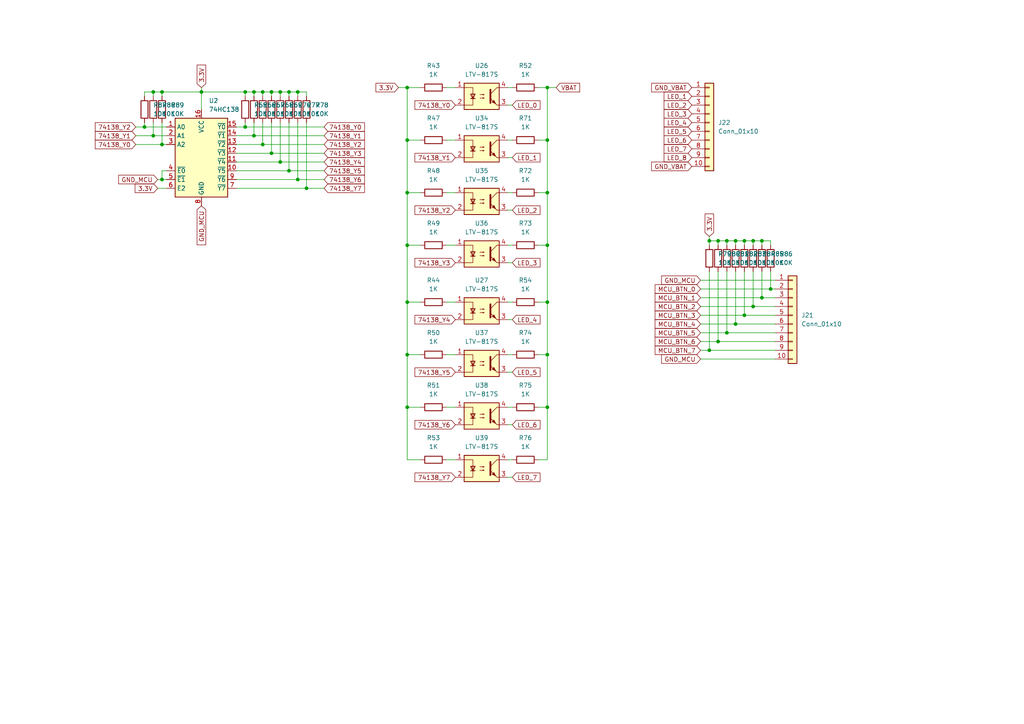
<source format=kicad_sch>
(kicad_sch (version 20250114) (generator "eeschema") (generator_version "9.0")
  (paper "A4")
  (lib_symbols
    (symbol "74xx:74HC138"
      (property "Reference" "U" (at -7.62 13.97 0))
      (property "Value" "74HC138" (at 2.54 -11.43 0))
      (symbol "74HC138_0_1"
        (rectangle (start -7.62 12.7) (end 7.62 -10.16) (stroke (width 0.254)) (fill (type background)))
      )
      (symbol "74HC138_1_1"
        (pin input line (at -10.16 10.16 0) (length 2.54) (name "A0") (number "1"))
        (pin input line (at -10.16 7.62 0) (length 2.54) (name "A1") (number "2"))
        (pin input line (at -10.16 5.08 0) (length 2.54) (name "A2") (number "3"))
        (pin input line (at -10.16 -2.54 0) (length 2.54) (name "~{E0}") (number "4"))
        (pin input line (at -10.16 -5.08 0) (length 2.54) (name "~{E1}") (number "5"))
        (pin input line (at -10.16 -7.62 0) (length 2.54) (name "E2") (number "6"))
        (pin power_in line (at 0 15.24 270) (length 2.54) (name "VCC") (number "16"))
        (pin power_in line (at 0 -12.7 90) (length 2.54) (name "GND") (number "8"))
        (pin output line (at 10.16 10.16 180) (length 2.54) (name "~{Y0}") (number "15"))
        (pin output line (at 10.16 7.62 180) (length 2.54) (name "~{Y1}") (number "14"))
        (pin output line (at 10.16 5.08 180) (length 2.54) (name "~{Y2}") (number "13"))
        (pin output line (at 10.16 2.54 180) (length 2.54) (name "~{Y3}") (number "12"))
        (pin output line (at 10.16 0 180) (length 2.54) (name "~{Y4}") (number "11"))
        (pin output line (at 10.16 -2.54 180) (length 2.54) (name "~{Y5}") (number "10"))
        (pin output line (at 10.16 -5.08 180) (length 2.54) (name "~{Y6}") (number "9"))
        (pin output line (at 10.16 -7.62 180) (length 2.54) (name "~{Y7}") (number "7"))
      )
    )
    (symbol "Connector_Generic:Conn_01x10" (pin_names (offset 1.016) (hide yes))
      (property "Reference" "J" (at 0 12.7 0))
      (property "Value" "Conn_01x10" (at 0 -15.24 0))
      (symbol "Conn_01x10_1_1"
        (rectangle (start -1.27 11.43) (end 1.27 -13.97) (stroke (width 0.254)) (fill (type background)))
        (rectangle (start -1.27 10.287) (end 0 10.033) (stroke (width 0.1524)))
        (rectangle (start -1.27 7.747) (end 0 7.493) (stroke (width 0.1524)))
        (rectangle (start -1.27 5.207) (end 0 4.953) (stroke (width 0.1524)))
        (rectangle (start -1.27 2.667) (end 0 2.413) (stroke (width 0.1524)))
        (rectangle (start -1.27 0.127) (end 0 -0.127) (stroke (width 0.1524)))
        (rectangle (start -1.27 -2.413) (end 0 -2.667) (stroke (width 0.1524)))
        (rectangle (start -1.27 -4.953) (end 0 -5.207) (stroke (width 0.1524)))
        (rectangle (start -1.27 -7.493) (end 0 -7.747) (stroke (width 0.1524)))
        (rectangle (start -1.27 -10.033) (end 0 -10.287) (stroke (width 0.1524)))
        (rectangle (start -1.27 -12.573) (end 0 -12.827) (stroke (width 0.1524)))
        (pin passive line (at -5.08 10.16 0) (length 3.81) (name "Pin_1") (number "1"))
        (pin passive line (at -5.08 7.62 0) (length 3.81) (name "Pin_2") (number "2"))
        (pin passive line (at -5.08 5.08 0) (length 3.81) (name "Pin_3") (number "3"))
        (pin passive line (at -5.08 2.54 0) (length 3.81) (name "Pin_4") (number "4"))
        (pin passive line (at -5.08 0 0) (length 3.81) (name "Pin_5") (number "5"))
        (pin passive line (at -5.08 -2.54 0) (length 3.81) (name "Pin_6") (number "6"))
        (pin passive line (at -5.08 -5.08 0) (length 3.81) (name "Pin_7") (number "7"))
        (pin passive line (at -5.08 -7.62 0) (length 3.81) (name "Pin_8") (number "8"))
        (pin passive line (at -5.08 -10.16 0) (length 3.81) (name "Pin_9") (number "9"))
        (pin passive line (at -5.08 -12.7 0) (length 3.81) (name "Pin_10") (number "10"))
      )
    )
    (symbol "Device:R" (pin_numbers (hide yes)) (pin_names (offset 0))
      (property "Reference" "R" (at 2.032 0 90))
      (property "Value" "R" (at 0 0 90))
      (symbol "R_0_1"
        (rectangle (start -1.016 -2.54) (end 1.016 2.54) (stroke (width 0.254)))
      )
      (symbol "R_1_1"
        (pin passive line (at 0 3.81 270) (length 1.27) (name "~") (number "1"))
        (pin passive line (at 0 -3.81 90) (length 1.27) (name "~") (number "2"))
      )
    )
    (symbol "Isolator:LTV-817S" (pin_names (offset 1.016))
      (property "Reference" "U" (at -3.81 5.08 0))
      (property "Value" "LTV-817S" (at 0 -5.08 0))
      (symbol "LTV-817S_1_1"
        (rectangle (start -5.08 3.81) (end 5.08 -3.81) (stroke (width 0.254)) (fill (type background)))
        (polyline (pts (xy -5.08 2.54) (xy -2.54 2.54) (xy -2.54 -0.762)))
        (polyline (pts (xy -3.175 -0.635) (xy -1.905 -0.635)) (stroke (width 0.254)))
        (polyline (pts (xy -2.54 -0.635) (xy -2.54 -2.54) (xy -5.08 -2.54)))
        (polyline (pts (xy -2.54 -0.635) (xy -3.175 0.635) (xy -1.905 0.635) (xy -2.54 -0.635)) (stroke (width 0.254)))
        (polyline (pts (xy -0.508 0.508) (xy 0.762 0.508) (xy 0.381 0.381) (xy 0.381 0.635) (xy 0.762 0.508)))
        (polyline (pts (xy -0.508 -0.508) (xy 0.762 -0.508) (xy 0.381 -0.635) (xy 0.381 -0.381) (xy 0.762 -0.508)))
        (polyline (pts (xy 2.54 1.905) (xy 2.54 -1.905)) (stroke (width 0.508)))
        (polyline (pts (xy 2.54 0.635) (xy 4.445 2.54)))
        (polyline (pts (xy 3.048 -1.651) (xy 3.556 -1.143) (xy 4.064 -2.159) (xy 3.048 -1.651)) (fill (type outline)))
        (polyline (pts (xy 4.445 2.54) (xy 5.08 2.54)))
        (polyline (pts (xy 4.445 -2.54) (xy 2.54 -0.635)) (fill (type outline)))
        (polyline (pts (xy 4.445 -2.54) (xy 5.08 -2.54)))
        (pin passive line (at -7.62 2.54 0) (length 2.54) (name "~") (number "1"))
        (pin passive line (at -7.62 -2.54 0) (length 2.54) (name "~") (number "2"))
        (pin passive line (at 7.62 2.54 180) (length 2.54) (name "~") (number "4"))
        (pin passive line (at 7.62 -2.54 180) (length 2.54) (name "~") (number "3"))
      )
    )
  )
  (junction (at 76.2 26.67))
  (junction (at 46.99 52.07))
  (junction (at 71.12 26.67))
  (junction (at 118.11 55.88))
  (junction (at 205.74 69.85))
  (junction (at 215.9 69.85))
  (junction (at 158.75 71.12))
  (junction (at 213.36 69.85))
  (junction (at 81.28 46.99))
  (junction (at 218.44 69.85))
  (junction (at 118.11 40.64))
  (junction (at 210.82 96.52))
  (junction (at 220.98 69.85))
  (junction (at 118.11 102.87))
  (junction (at 158.75 55.88))
  (junction (at 118.11 118.11))
  (junction (at 118.11 87.63))
  (junction (at 210.82 69.85))
  (junction (at 88.9 54.61))
  (junction (at 86.36 26.67))
  (junction (at 205.74 101.6))
  (junction (at 86.36 52.07))
  (junction (at 215.9 91.44))
  (junction (at 158.75 25.4))
  (junction (at 158.75 102.87))
  (junction (at 44.45 26.67))
  (junction (at 208.28 99.06))
  (junction (at 220.98 86.36))
  (junction (at 118.11 25.4))
  (junction (at 218.44 88.9))
  (junction (at 158.75 87.63))
  (junction (at 46.99 26.67))
  (junction (at 76.2 41.91))
  (junction (at 44.45 39.37))
  (junction (at 46.99 41.91))
  (junction (at 118.11 71.12))
  (junction (at 78.74 44.45))
  (junction (at 73.66 39.37))
  (junction (at 58.42 26.67))
  (junction (at 78.74 26.67))
  (junction (at 83.82 26.67))
  (junction (at 81.28 26.67))
  (junction (at 213.36 93.98))
  (junction (at 208.28 69.85))
  (junction (at 71.12 36.83))
  (junction (at 158.75 118.11))
  (junction (at 158.75 40.64))
  (junction (at 41.91 36.83))
  (junction (at 73.66 26.67))
  (junction (at 83.82 49.53))
  (junction (at 223.52 83.82))
  (wire (pts (xy 220.98 78.74) (xy 220.98 86.36)))
  (wire (pts (xy 210.82 96.52) (xy 224.79 96.52)))
  (wire (pts (xy 147.32 138.43) (xy 148.59 138.43)))
  (wire (pts (xy 86.36 52.07) (xy 68.58 52.07)))
  (wire (pts (xy 45.72 52.07) (xy 46.99 52.07)))
  (wire (pts (xy 156.21 71.12) (xy 158.75 71.12)))
  (wire (pts (xy 147.32 30.48) (xy 148.59 30.48)))
  (wire (pts (xy 203.2 88.9) (xy 218.44 88.9)))
  (wire (pts (xy 118.11 25.4) (xy 118.11 40.64)))
  (wire (pts (xy 158.75 71.12) (xy 158.75 87.63)))
  (wire (pts (xy 158.75 118.11) (xy 158.75 133.35)))
  (wire (pts (xy 115.57 25.4) (xy 118.11 25.4)))
  (wire (pts (xy 88.9 35.56) (xy 88.9 54.61)))
  (wire (pts (xy 93.98 39.37) (xy 73.66 39.37)))
  (wire (pts (xy 203.2 101.6) (xy 205.74 101.6)))
  (wire (pts (xy 86.36 26.67) (xy 88.9 26.67)))
  (wire (pts (xy 118.11 118.11) (xy 121.92 118.11)))
  (wire (pts (xy 205.74 78.74) (xy 205.74 101.6)))
  (wire (pts (xy 46.99 52.07) (xy 48.26 52.07)))
  (wire (pts (xy 73.66 35.56) (xy 73.66 39.37)))
  (wire (pts (xy 213.36 93.98) (xy 224.79 93.98)))
  (wire (pts (xy 213.36 69.85) (xy 213.36 71.12)))
  (wire (pts (xy 147.32 102.87) (xy 148.59 102.87)))
  (wire (pts (xy 41.91 36.83) (xy 48.26 36.83)))
  (wire (pts (xy 76.2 35.56) (xy 76.2 41.91)))
  (wire (pts (xy 86.36 26.67) (xy 86.36 27.94)))
  (wire (pts (xy 156.21 133.35) (xy 158.75 133.35)))
  (wire (pts (xy 39.37 36.83) (xy 41.91 36.83)))
  (wire (pts (xy 203.2 99.06) (xy 208.28 99.06)))
  (wire (pts (xy 76.2 26.67) (xy 78.74 26.67)))
  (wire (pts (xy 81.28 46.99) (xy 68.58 46.99)))
  (wire (pts (xy 147.32 123.19) (xy 148.59 123.19)))
  (wire (pts (xy 81.28 26.67) (xy 83.82 26.67)))
  (wire (pts (xy 215.9 69.85) (xy 218.44 69.85)))
  (wire (pts (xy 220.98 69.85) (xy 223.52 69.85)))
  (wire (pts (xy 147.32 133.35) (xy 148.59 133.35)))
  (wire (pts (xy 223.52 78.74) (xy 223.52 83.82)))
  (wire (pts (xy 158.75 40.64) (xy 158.75 55.88)))
  (wire (pts (xy 88.9 27.94) (xy 88.9 26.67)))
  (wire (pts (xy 39.37 41.91) (xy 46.99 41.91)))
  (wire (pts (xy 46.99 35.56) (xy 46.99 41.91)))
  (wire (pts (xy 210.82 78.74) (xy 210.82 96.52)))
  (wire (pts (xy 41.91 27.94) (xy 41.91 26.67)))
  (wire (pts (xy 156.21 118.11) (xy 158.75 118.11)))
  (wire (pts (xy 147.32 40.64) (xy 148.59 40.64)))
  (wire (pts (xy 213.36 78.74) (xy 213.36 93.98)))
  (wire (pts (xy 205.74 68.58) (xy 205.74 69.85)))
  (wire (pts (xy 93.98 41.91) (xy 76.2 41.91)))
  (wire (pts (xy 147.32 92.71) (xy 148.59 92.71)))
  (wire (pts (xy 218.44 69.85) (xy 220.98 69.85)))
  (wire (pts (xy 129.54 71.12) (xy 132.08 71.12)))
  (wire (pts (xy 58.42 26.67) (xy 58.42 31.75)))
  (wire (pts (xy 203.2 81.28) (xy 224.79 81.28)))
  (wire (pts (xy 83.82 26.67) (xy 86.36 26.67)))
  (wire (pts (xy 129.54 25.4) (xy 132.08 25.4)))
  (wire (pts (xy 83.82 35.56) (xy 83.82 49.53)))
  (wire (pts (xy 218.44 78.74) (xy 218.44 88.9)))
  (wire (pts (xy 156.21 25.4) (xy 158.75 25.4)))
  (wire (pts (xy 118.11 102.87) (xy 118.11 118.11)))
  (wire (pts (xy 39.37 39.37) (xy 44.45 39.37)))
  (wire (pts (xy 203.2 104.14) (xy 224.79 104.14)))
  (wire (pts (xy 58.42 25.4) (xy 58.42 26.67)))
  (wire (pts (xy 81.28 35.56) (xy 81.28 46.99)))
  (wire (pts (xy 158.75 25.4) (xy 158.75 40.64)))
  (wire (pts (xy 93.98 36.83) (xy 71.12 36.83)))
  (wire (pts (xy 158.75 25.4) (xy 161.29 25.4)))
  (wire (pts (xy 205.74 69.85) (xy 208.28 69.85)))
  (wire (pts (xy 215.9 69.85) (xy 215.9 71.12)))
  (wire (pts (xy 71.12 35.56) (xy 71.12 36.83)))
  (wire (pts (xy 129.54 87.63) (xy 132.08 87.63)))
  (wire (pts (xy 147.32 55.88) (xy 148.59 55.88)))
  (wire (pts (xy 158.75 102.87) (xy 158.75 118.11)))
  (wire (pts (xy 73.66 26.67) (xy 76.2 26.67)))
  (wire (pts (xy 93.98 44.45) (xy 78.74 44.45)))
  (wire (pts (xy 93.98 49.53) (xy 83.82 49.53)))
  (wire (pts (xy 118.11 40.64) (xy 121.92 40.64)))
  (wire (pts (xy 203.2 86.36) (xy 220.98 86.36)))
  (wire (pts (xy 147.32 71.12) (xy 148.59 71.12)))
  (wire (pts (xy 46.99 49.53) (xy 48.26 49.53)))
  (wire (pts (xy 156.21 40.64) (xy 158.75 40.64)))
  (wire (pts (xy 118.11 118.11) (xy 118.11 133.35)))
  (wire (pts (xy 210.82 69.85) (xy 210.82 71.12)))
  (wire (pts (xy 76.2 41.91) (xy 68.58 41.91)))
  (wire (pts (xy 147.32 87.63) (xy 148.59 87.63)))
  (wire (pts (xy 44.45 26.67) (xy 44.45 27.94)))
  (wire (pts (xy 76.2 26.67) (xy 76.2 27.94)))
  (wire (pts (xy 118.11 87.63) (xy 118.11 102.87)))
  (wire (pts (xy 129.54 40.64) (xy 132.08 40.64)))
  (wire (pts (xy 118.11 71.12) (xy 121.92 71.12)))
  (wire (pts (xy 129.54 133.35) (xy 132.08 133.35)))
  (wire (pts (xy 147.32 45.72) (xy 148.59 45.72)))
  (wire (pts (xy 83.82 49.53) (xy 68.58 49.53)))
  (wire (pts (xy 147.32 60.96) (xy 148.59 60.96)))
  (wire (pts (xy 78.74 26.67) (xy 78.74 27.94)))
  (wire (pts (xy 213.36 69.85) (xy 215.9 69.85)))
  (wire (pts (xy 203.2 93.98) (xy 213.36 93.98)))
  (wire (pts (xy 147.32 107.95) (xy 148.59 107.95)))
  (wire (pts (xy 208.28 99.06) (xy 224.79 99.06)))
  (wire (pts (xy 71.12 36.83) (xy 68.58 36.83)))
  (wire (pts (xy 156.21 87.63) (xy 158.75 87.63)))
  (wire (pts (xy 129.54 102.87) (xy 132.08 102.87)))
  (wire (pts (xy 156.21 102.87) (xy 158.75 102.87)))
  (wire (pts (xy 118.11 55.88) (xy 121.92 55.88)))
  (wire (pts (xy 218.44 88.9) (xy 224.79 88.9)))
  (wire (pts (xy 44.45 35.56) (xy 44.45 39.37)))
  (wire (pts (xy 118.11 102.87) (xy 121.92 102.87)))
  (wire (pts (xy 58.42 26.67) (xy 71.12 26.67)))
  (wire (pts (xy 93.98 46.99) (xy 81.28 46.99)))
  (wire (pts (xy 118.11 71.12) (xy 118.11 87.63)))
  (wire (pts (xy 210.82 69.85) (xy 213.36 69.85)))
  (wire (pts (xy 118.11 25.4) (xy 121.92 25.4)))
  (wire (pts (xy 223.52 71.12) (xy 223.52 69.85)))
  (wire (pts (xy 81.28 26.67) (xy 81.28 27.94)))
  (wire (pts (xy 208.28 69.85) (xy 208.28 71.12)))
  (wire (pts (xy 129.54 118.11) (xy 132.08 118.11)))
  (wire (pts (xy 93.98 52.07) (xy 86.36 52.07)))
  (wire (pts (xy 205.74 101.6) (xy 224.79 101.6)))
  (wire (pts (xy 73.66 39.37) (xy 68.58 39.37)))
  (wire (pts (xy 41.91 35.56) (xy 41.91 36.83)))
  (wire (pts (xy 46.99 41.91) (xy 48.26 41.91)))
  (wire (pts (xy 46.99 26.67) (xy 58.42 26.67)))
  (wire (pts (xy 121.92 133.35) (xy 118.11 133.35)))
  (wire (pts (xy 71.12 26.67) (xy 71.12 27.94)))
  (wire (pts (xy 147.32 118.11) (xy 148.59 118.11)))
  (wire (pts (xy 220.98 69.85) (xy 220.98 71.12)))
  (wire (pts (xy 147.32 25.4) (xy 148.59 25.4)))
  (wire (pts (xy 78.74 44.45) (xy 68.58 44.45)))
  (wire (pts (xy 121.92 87.63) (xy 118.11 87.63)))
  (wire (pts (xy 156.21 55.88) (xy 158.75 55.88)))
  (wire (pts (xy 118.11 40.64) (xy 118.11 55.88)))
  (wire (pts (xy 93.98 54.61) (xy 88.9 54.61)))
  (wire (pts (xy 41.91 26.67) (xy 44.45 26.67)))
  (wire (pts (xy 73.66 26.67) (xy 73.66 27.94)))
  (wire (pts (xy 78.74 35.56) (xy 78.74 44.45)))
  (wire (pts (xy 46.99 26.67) (xy 46.99 27.94)))
  (wire (pts (xy 45.72 54.61) (xy 48.26 54.61)))
  (wire (pts (xy 78.74 26.67) (xy 81.28 26.67)))
  (wire (pts (xy 203.2 83.82) (xy 223.52 83.82)))
  (wire (pts (xy 44.45 39.37) (xy 48.26 39.37)))
  (wire (pts (xy 208.28 69.85) (xy 210.82 69.85)))
  (wire (pts (xy 88.9 54.61) (xy 68.58 54.61)))
  (wire (pts (xy 215.9 91.44) (xy 224.79 91.44)))
  (wire (pts (xy 46.99 52.07) (xy 46.99 49.53)))
  (wire (pts (xy 71.12 26.67) (xy 73.66 26.67)))
  (wire (pts (xy 118.11 55.88) (xy 118.11 71.12)))
  (wire (pts (xy 129.54 55.88) (xy 132.08 55.88)))
  (wire (pts (xy 203.2 96.52) (xy 210.82 96.52)))
  (wire (pts (xy 223.52 83.82) (xy 224.79 83.82)))
  (wire (pts (xy 203.2 91.44) (xy 215.9 91.44)))
  (wire (pts (xy 158.75 87.63) (xy 158.75 102.87)))
  (wire (pts (xy 218.44 69.85) (xy 218.44 71.12)))
  (wire (pts (xy 158.75 55.88) (xy 158.75 71.12)))
  (wire (pts (xy 147.32 76.2) (xy 148.59 76.2)))
  (wire (pts (xy 208.28 78.74) (xy 208.28 99.06)))
  (wire (pts (xy 44.45 26.67) (xy 46.99 26.67)))
  (wire (pts (xy 86.36 35.56) (xy 86.36 52.07)))
  (wire (pts (xy 205.74 69.85) (xy 205.74 71.12)))
  (wire (pts (xy 215.9 78.74) (xy 215.9 91.44)))
  (wire (pts (xy 83.82 26.67) (xy 83.82 27.94)))
  (wire (pts (xy 220.98 86.36) (xy 224.79 86.36)))
  (global_label "GND_MCU" (shape input) (at 203.2 81.28 180) (property "Intersheetrefs" "${INTERSHEET_REFS}" (effects (hide yes))))
  (global_label "LED_2" (shape input) (at 200.66 30.48 180) (property "Intersheetrefs" "${INTERSHEET_REFS}" (effects (hide yes))))
  (global_label "74138_Y2" (shape input) (at 93.98 41.91 0) (property "Intersheetrefs" "${INTERSHEET_REFS}" (effects (hide yes))))
  (global_label "74138_Y7" (shape input) (at 93.98 54.61 0) (property "Intersheetrefs" "${INTERSHEET_REFS}" (effects (hide yes))))
  (global_label "74138_Y0" (shape input) (at 132.08 30.48 180) (property "Intersheetrefs" "${INTERSHEET_REFS}" (effects (hide yes))))
  (global_label "74138_Y7" (shape input) (at 132.08 138.43 180) (property "Intersheetrefs" "${INTERSHEET_REFS}" (effects (hide yes))))
  (global_label "MCU_BTN_5" (shape input) (at 203.2 96.52 180) (property "Intersheetrefs" "${INTERSHEET_REFS}" (effects (hide yes))))
  (global_label "LED_2" (shape input) (at 148.59 60.96 0) (property "Intersheetrefs" "${INTERSHEET_REFS}" (effects (hide yes))))
  (global_label "3.3V" (shape input) (at 58.42 25.4 90) (property "Intersheetrefs" "${INTERSHEET_REFS}" (effects (hide yes))))
  (global_label "LED_0" (shape input) (at 148.59 30.48 0) (property "Intersheetrefs" "${INTERSHEET_REFS}" (effects (hide yes))))
  (global_label "74138_Y1" (shape input) (at 93.98 39.37 0) (property "Intersheetrefs" "${INTERSHEET_REFS}" (effects (hide yes))))
  (global_label "74138_Y1" (shape input) (at 39.37 39.37 180) (property "Intersheetrefs" "${INTERSHEET_REFS}" (effects (hide yes))))
  (global_label "LED_4" (shape input) (at 148.59 92.71 0) (property "Intersheetrefs" "${INTERSHEET_REFS}" (effects (hide yes))))
  (global_label "74138_Y3" (shape input) (at 93.98 44.45 0) (property "Intersheetrefs" "${INTERSHEET_REFS}" (effects (hide yes))))
  (global_label "74138_Y2" (shape input) (at 132.08 60.96 180) (property "Intersheetrefs" "${INTERSHEET_REFS}" (effects (hide yes))))
  (global_label "MCU_BTN_4" (shape input) (at 203.2 93.98 180) (property "Intersheetrefs" "${INTERSHEET_REFS}" (effects (hide yes))))
  (global_label "VBAT" (shape input) (at 161.29 25.4 0) (property "Intersheetrefs" "${INTERSHEET_REFS}" (effects (hide yes))))
  (global_label "MCU_BTN_6" (shape input) (at 203.2 99.06 180) (property "Intersheetrefs" "${INTERSHEET_REFS}" (effects (hide yes))))
  (global_label "LED_7" (shape input) (at 200.66 43.18 180) (property "Intersheetrefs" "${INTERSHEET_REFS}" (effects (hide yes))))
  (global_label "74138_Y0" (shape input) (at 39.37 41.91 180) (property "Intersheetrefs" "${INTERSHEET_REFS}" (effects (hide yes))))
  (global_label "74138_Y1" (shape input) (at 132.08 45.72 180) (property "Intersheetrefs" "${INTERSHEET_REFS}" (effects (hide yes))))
  (global_label "LED_1" (shape input) (at 148.59 45.72 0) (property "Intersheetrefs" "${INTERSHEET_REFS}" (effects (hide yes))))
  (global_label "MCU_BTN_0" (shape input) (at 203.2 83.82 180) (property "Intersheetrefs" "${INTERSHEET_REFS}" (effects (hide yes))))
  (global_label "74138_Y5" (shape input) (at 93.98 49.53 0) (property "Intersheetrefs" "${INTERSHEET_REFS}" (effects (hide yes))))
  (global_label "74138_Y4" (shape input) (at 93.98 46.99 0) (property "Intersheetrefs" "${INTERSHEET_REFS}" (effects (hide yes))))
  (global_label "LED_6" (shape input) (at 148.59 123.19 0) (property "Intersheetrefs" "${INTERSHEET_REFS}" (effects (hide yes))))
  (global_label "LED_3" (shape input) (at 148.59 76.2 0) (property "Intersheetrefs" "${INTERSHEET_REFS}" (effects (hide yes))))
  (global_label "GND_MCU" (shape input) (at 45.72 52.07 180) (property "Intersheetrefs" "${INTERSHEET_REFS}" (effects (hide yes))))
  (global_label "74138_Y4" (shape input) (at 132.08 92.71 180) (property "Intersheetrefs" "${INTERSHEET_REFS}" (effects (hide yes))))
  (global_label "GND_VBAT" (shape input) (at 200.66 25.4 180) (property "Intersheetrefs" "${INTERSHEET_REFS}" (effects (hide yes))))
  (global_label "LED_4" (shape input) (at 200.66 35.56 180) (property "Intersheetrefs" "${INTERSHEET_REFS}" (effects (hide yes))))
  (global_label "LED_5" (shape input) (at 148.59 107.95 0) (property "Intersheetrefs" "${INTERSHEET_REFS}" (effects (hide yes))))
  (global_label "74138_Y3" (shape input) (at 132.08 76.2 180) (property "Intersheetrefs" "${INTERSHEET_REFS}" (effects (hide yes))))
  (global_label "MCU_BTN_1" (shape input) (at 203.2 86.36 180) (property "Intersheetrefs" "${INTERSHEET_REFS}" (effects (hide yes))))
  (global_label "LED_8" (shape input) (at 200.66 45.72 180) (property "Intersheetrefs" "${INTERSHEET_REFS}" (effects (hide yes))))
  (global_label "LED_3" (shape input) (at 200.66 33.02 180) (property "Intersheetrefs" "${INTERSHEET_REFS}" (effects (hide yes))))
  (global_label "74138_Y6" (shape input) (at 93.98 52.07 0) (property "Intersheetrefs" "${INTERSHEET_REFS}" (effects (hide yes))))
  (global_label "GND_VBAT" (shape input) (at 200.66 48.26 180) (property "Intersheetrefs" "${INTERSHEET_REFS}" (effects (hide yes))))
  (global_label "MCU_BTN_7" (shape input) (at 203.2 101.6 180) (property "Intersheetrefs" "${INTERSHEET_REFS}" (effects (hide yes))))
  (global_label "LED_5" (shape input) (at 200.66 38.1 180) (property "Intersheetrefs" "${INTERSHEET_REFS}" (effects (hide yes))))
  (global_label "LED_7" (shape input) (at 148.59 138.43 0) (property "Intersheetrefs" "${INTERSHEET_REFS}" (effects (hide yes))))
  (global_label "74138_Y2" (shape input) (at 39.37 36.83 180) (property "Intersheetrefs" "${INTERSHEET_REFS}" (effects (hide yes))))
  (global_label "3.3V" (shape input) (at 45.72 54.61 180) (property "Intersheetrefs" "${INTERSHEET_REFS}" (effects (hide yes))))
  (global_label "74138_Y0" (shape input) (at 93.98 36.83 0) (property "Intersheetrefs" "${INTERSHEET_REFS}" (effects (hide yes))))
  (global_label "MCU_BTN_3" (shape input) (at 203.2 91.44 180) (property "Intersheetrefs" "${INTERSHEET_REFS}" (effects (hide yes))))
  (global_label "3.3V" (shape input) (at 205.74 68.58 90) (property "Intersheetrefs" "${INTERSHEET_REFS}" (effects (hide yes))))
  (global_label "3.3V" (shape input) (at 115.57 25.4 180) (property "Intersheetrefs" "${INTERSHEET_REFS}" (effects (hide yes))))
  (global_label "MCU_BTN_2" (shape input) (at 203.2 88.9 180) (property "Intersheetrefs" "${INTERSHEET_REFS}" (effects (hide yes))))
  (global_label "GND_MCU" (shape input) (at 58.42 59.69 270) (property "Intersheetrefs" "${INTERSHEET_REFS}" (effects (hide yes))))
  (global_label "74138_Y6" (shape input) (at 132.08 123.19 180) (property "Intersheetrefs" "${INTERSHEET_REFS}" (effects (hide yes))))
  (global_label "LED_6" (shape input) (at 200.66 40.64 180) (property "Intersheetrefs" "${INTERSHEET_REFS}" (effects (hide yes))))
  (global_label "74138_Y5" (shape input) (at 132.08 107.95 180) (property "Intersheetrefs" "${INTERSHEET_REFS}" (effects (hide yes))))
  (global_label "GND_MCU" (shape input) (at 203.2 104.14 180) (property "Intersheetrefs" "${INTERSHEET_REFS}" (effects (hide yes))))
  (global_label "LED_1" (shape input) (at 200.66 27.94 180) (property "Intersheetrefs" "${INTERSHEET_REFS}" (effects (hide yes))))
  (symbol (lib_id "Device:R") (at 208.28 74.93 180) (unit 1)
    (property "Reference" "R80" (at 210.82 73.6599 0) (effects (justify right)))
    (property "Value" "10K" (at 210.82 76.1999 0) (effects (justify right)))
    (property "Footprint" "Resistor_SMD:R_0805_2012Metric" (effects (hide yes)))
    (property "Description" "Resistor" (effects (hide yes)))
  )
  (symbol (lib_id "Isolator:LTV-817S") (at 139.7 27.94 0) (unit 1)
    (property "Reference" "U26" (at 139.7 19.05 0))
    (property "Value" "LTV-817S" (at 139.7 21.59 0))
    (property "Footprint" "Package_DIP:SMDIP-4_W9.53mm" (effects (hide yes)))
    (property "Datasheet" "http://www.us.liteon.com/downloads/LTV-817-827-847.PDF" (effects (hide yes)))
    (property "Description" "DC Optocoupler, Vce 35V, CTR 50%, SMDIP-4" (effects (hide yes)))
  )
  (symbol (lib_id "Device:R") (at 125.73 71.12 90) (unit 1)
    (property "Reference" "R49" (at 125.73 64.77 90))
    (property "Value" "1K" (at 125.73 67.31 90))
    (property "Footprint" "Resistor_SMD:R_0805_2012Metric" (effects (hide yes)))
    (property "Description" "Resistor" (effects (hide yes)))
  )
  (symbol (lib_id "Device:R") (at 152.4 40.64 90) (unit 1)
    (property "Reference" "R71" (at 152.4 34.29 90))
    (property "Value" "1K" (at 152.4 36.83 90))
    (property "Footprint" "Resistor_SMD:R_0805_2012Metric" (effects (hide yes)))
    (property "Description" "Resistor" (effects (hide yes)))
  )
  (symbol (lib_id "Device:R") (at 215.9 74.93 180) (unit 1)
    (property "Reference" "R83" (at 218.44 73.6599 0) (effects (justify right)))
    (property "Value" "10K" (at 218.44 76.1999 0) (effects (justify right)))
    (property "Footprint" "Resistor_SMD:R_0805_2012Metric" (effects (hide yes)))
    (property "Description" "Resistor" (effects (hide yes)))
  )
  (symbol (lib_id "Device:R") (at 83.82 31.75 180) (unit 1)
    (property "Reference" "R70" (at 86.36 30.4799 0) (effects (justify right)))
    (property "Value" "10K" (at 86.36 33.0199 0) (effects (justify right)))
    (property "Footprint" "Resistor_SMD:R_0805_2012Metric" (effects (hide yes)))
    (property "Description" "Resistor" (effects (hide yes)))
  )
  (symbol (lib_id "Device:R") (at 44.45 31.75 180) (unit 1)
    (property "Reference" "R88" (at 46.99 30.4799 0) (effects (justify right)))
    (property "Value" "10K" (at 46.99 33.0199 0) (effects (justify right)))
    (property "Footprint" "Resistor_SMD:R_0805_2012Metric" (effects (hide yes)))
    (property "Description" "Resistor" (effects (hide yes)))
  )
  (symbol (lib_id "Device:R") (at 46.99 31.75 180) (unit 1)
    (property "Reference" "R89" (at 49.53 30.4799 0) (effects (justify right)))
    (property "Value" "10K" (at 49.53 33.0199 0) (effects (justify right)))
    (property "Footprint" "Resistor_SMD:R_0805_2012Metric" (effects (hide yes)))
    (property "Description" "Resistor" (effects (hide yes)))
  )
  (symbol (lib_id "74xx:74HC138") (at 58.42 46.99 0) (unit 1)
    (property "Reference" "U2" (at 60.5633 29.21 0) (effects (justify left)))
    (property "Value" "74HC138" (at 60.5633 31.75 0) (effects (justify left)))
    (property "Footprint" "Package_SO:SOIC-16_3.9x9.9mm_P1.27mm" (effects (hide yes)))
    (property "Datasheet" "http://www.ti.com/lit/ds/symlink/cd74hc238.pdf" (effects (hide yes)))
    (property "Description" "3-to-8 line decoder/multiplexer inverting, DIP-16/SOIC-16/SSOP-16" (effects (hide yes)))
  )
  (symbol (lib_id "Device:R") (at 218.44 74.93 180) (unit 1)
    (property "Reference" "R84" (at 220.98 73.6599 0) (effects (justify right)))
    (property "Value" "10K" (at 220.98 76.1999 0) (effects (justify right)))
    (property "Footprint" "Resistor_SMD:R_0805_2012Metric" (effects (hide yes)))
    (property "Description" "Resistor" (effects (hide yes)))
  )
  (symbol (lib_id "Device:R") (at 125.73 118.11 90) (unit 1)
    (property "Reference" "R51" (at 125.73 111.76 90))
    (property "Value" "1K" (at 125.73 114.3 90))
    (property "Footprint" "Resistor_SMD:R_0805_2012Metric" (effects (hide yes)))
    (property "Description" "Resistor" (effects (hide yes)))
  )
  (symbol (lib_id "Isolator:LTV-817S") (at 139.7 135.89 0) (unit 1)
    (property "Reference" "U39" (at 139.7 127 0))
    (property "Value" "LTV-817S" (at 139.7 129.54 0))
    (property "Footprint" "Package_DIP:SMDIP-4_W9.53mm" (effects (hide yes)))
    (property "Datasheet" "http://www.us.liteon.com/downloads/LTV-817-827-847.PDF" (effects (hide yes)))
    (property "Description" "DC Optocoupler, Vce 35V, CTR 50%, SMDIP-4" (effects (hide yes)))
  )
  (symbol (lib_id "Isolator:LTV-817S") (at 139.7 73.66 0) (unit 1)
    (property "Reference" "U36" (at 139.7 64.77 0))
    (property "Value" "LTV-817S" (at 139.7 67.31 0))
    (property "Footprint" "Package_DIP:SMDIP-4_W9.53mm" (effects (hide yes)))
    (property "Datasheet" "http://www.us.liteon.com/downloads/LTV-817-827-847.PDF" (effects (hide yes)))
    (property "Description" "DC Optocoupler, Vce 35V, CTR 50%, SMDIP-4" (effects (hide yes)))
  )
  (symbol (lib_id "Device:R") (at 210.82 74.93 180) (unit 1)
    (property "Reference" "R81" (at 213.36 73.6599 0) (effects (justify right)))
    (property "Value" "10K" (at 213.36 76.1999 0) (effects (justify right)))
    (property "Footprint" "Resistor_SMD:R_0805_2012Metric" (effects (hide yes)))
    (property "Description" "Resistor" (effects (hide yes)))
  )
  (symbol (lib_id "Device:R") (at 152.4 87.63 90) (unit 1)
    (property "Reference" "R54" (at 152.4 81.28 90))
    (property "Value" "1K" (at 152.4 83.82 90))
    (property "Footprint" "Resistor_SMD:R_0805_2012Metric" (effects (hide yes)))
    (property "Description" "Resistor" (effects (hide yes)))
  )
  (symbol (lib_id "Isolator:LTV-817S") (at 139.7 90.17 0) (unit 1)
    (property "Reference" "U27" (at 139.7 81.28 0))
    (property "Value" "LTV-817S" (at 139.7 83.82 0))
    (property "Footprint" "Package_DIP:SMDIP-4_W9.53mm" (effects (hide yes)))
    (property "Datasheet" "http://www.us.liteon.com/downloads/LTV-817-827-847.PDF" (effects (hide yes)))
    (property "Description" "DC Optocoupler, Vce 35V, CTR 50%, SMDIP-4" (effects (hide yes)))
  )
  (symbol (lib_id "Device:R") (at 152.4 55.88 90) (unit 1)
    (property "Reference" "R72" (at 152.4 49.53 90))
    (property "Value" "1K" (at 152.4 52.07 90))
    (property "Footprint" "Resistor_SMD:R_0805_2012Metric" (effects (hide yes)))
    (property "Description" "Resistor" (effects (hide yes)))
  )
  (symbol (lib_id "Device:R") (at 76.2 31.75 180) (unit 1)
    (property "Reference" "R67" (at 78.74 30.4799 0) (effects (justify right)))
    (property "Value" "10K" (at 78.74 33.0199 0) (effects (justify right)))
    (property "Footprint" "Resistor_SMD:R_0805_2012Metric" (effects (hide yes)))
    (property "Description" "Resistor" (effects (hide yes)))
  )
  (symbol (lib_id "Device:R") (at 223.52 74.93 180) (unit 1)
    (property "Reference" "R86" (at 226.06 73.6599 0) (effects (justify right)))
    (property "Value" "10K" (at 226.06 76.1999 0) (effects (justify right)))
    (property "Footprint" "Resistor_SMD:R_0805_2012Metric" (effects (hide yes)))
    (property "Description" "Resistor" (effects (hide yes)))
  )
  (symbol (lib_id "Device:R") (at 152.4 133.35 90) (unit 1)
    (property "Reference" "R76" (at 152.4 127 90))
    (property "Value" "1K" (at 152.4 129.54 90))
    (property "Footprint" "Resistor_SMD:R_0805_2012Metric" (effects (hide yes)))
    (property "Description" "Resistor" (effects (hide yes)))
  )
  (symbol (lib_id "Device:R") (at 73.66 31.75 180) (unit 1)
    (property "Reference" "R66" (at 76.2 30.4799 0) (effects (justify right)))
    (property "Value" "10K" (at 76.2 33.0199 0) (effects (justify right)))
    (property "Footprint" "Resistor_SMD:R_0805_2012Metric" (effects (hide yes)))
    (property "Description" "Resistor" (effects (hide yes)))
  )
  (symbol (lib_id "Device:R") (at 205.74 74.93 180) (unit 1)
    (property "Reference" "R79" (at 208.28 73.6599 0) (effects (justify right)))
    (property "Value" "10K" (at 208.28 76.1999 0) (effects (justify right)))
    (property "Footprint" "Resistor_SMD:R_0805_2012Metric" (effects (hide yes)))
    (property "Description" "Resistor" (effects (hide yes)))
  )
  (symbol (lib_id "Device:R") (at 152.4 102.87 90) (unit 1)
    (property "Reference" "R74" (at 152.4 96.52 90))
    (property "Value" "1K" (at 152.4 99.06 90))
    (property "Footprint" "Resistor_SMD:R_0805_2012Metric" (effects (hide yes)))
    (property "Description" "Resistor" (effects (hide yes)))
  )
  (symbol (lib_id "Isolator:LTV-817S") (at 139.7 43.18 0) (unit 1)
    (property "Reference" "U34" (at 139.7 34.29 0))
    (property "Value" "LTV-817S" (at 139.7 36.83 0))
    (property "Footprint" "Package_DIP:SMDIP-4_W9.53mm" (effects (hide yes)))
    (property "Datasheet" "http://www.us.liteon.com/downloads/LTV-817-827-847.PDF" (effects (hide yes)))
    (property "Description" "DC Optocoupler, Vce 35V, CTR 50%, SMDIP-4" (effects (hide yes)))
  )
  (symbol (lib_id "Device:R") (at 152.4 25.4 90) (unit 1)
    (property "Reference" "R52" (at 152.4 19.05 90))
    (property "Value" "1K" (at 152.4 21.59 90))
    (property "Footprint" "Resistor_SMD:R_0805_2012Metric" (effects (hide yes)))
    (property "Description" "Resistor" (effects (hide yes)))
  )
  (symbol (lib_id "Device:R") (at 41.91 31.75 180) (unit 1)
    (property "Reference" "R87" (at 44.45 30.4799 0) (effects (justify right)))
    (property "Value" "10K" (at 44.45 33.0199 0) (effects (justify right)))
    (property "Footprint" "Resistor_SMD:R_0805_2012Metric" (effects (hide yes)))
    (property "Description" "Resistor" (effects (hide yes)))
  )
  (symbol (lib_id "Device:R") (at 125.73 25.4 90) (unit 1)
    (property "Reference" "R43" (at 125.73 19.05 90))
    (property "Value" "1K" (at 125.73 21.59 90))
    (property "Footprint" "Resistor_SMD:R_0805_2012Metric" (effects (hide yes)))
    (property "Description" "Resistor" (effects (hide yes)))
  )
  (symbol (lib_id "Device:R") (at 81.28 31.75 180) (unit 1)
    (property "Reference" "R69" (at 83.82 30.4799 0) (effects (justify right)))
    (property "Value" "10K" (at 83.82 33.0199 0) (effects (justify right)))
    (property "Footprint" "Resistor_SMD:R_0805_2012Metric" (effects (hide yes)))
    (property "Description" "Resistor" (effects (hide yes)))
  )
  (symbol (lib_id "Device:R") (at 88.9 31.75 180) (unit 1)
    (property "Reference" "R78" (at 91.44 30.4799 0) (effects (justify right)))
    (property "Value" "10K" (at 91.44 33.0199 0) (effects (justify right)))
    (property "Footprint" "Resistor_SMD:R_0805_2012Metric" (effects (hide yes)))
    (property "Description" "Resistor" (effects (hide yes)))
  )
  (symbol (lib_id "Device:R") (at 125.73 40.64 90) (unit 1)
    (property "Reference" "R47" (at 125.73 34.29 90))
    (property "Value" "1K" (at 125.73 36.83 90))
    (property "Footprint" "Resistor_SMD:R_0805_2012Metric" (effects (hide yes)))
    (property "Description" "Resistor" (effects (hide yes)))
  )
  (symbol (lib_id "Device:R") (at 220.98 74.93 180) (unit 1)
    (property "Reference" "R85" (at 223.52 73.6599 0) (effects (justify right)))
    (property "Value" "10K" (at 223.52 76.1999 0) (effects (justify right)))
    (property "Footprint" "Resistor_SMD:R_0805_2012Metric" (effects (hide yes)))
    (property "Description" "Resistor" (effects (hide yes)))
  )
  (symbol (lib_id "Device:R") (at 78.74 31.75 180) (unit 1)
    (property "Reference" "R68" (at 81.28 30.4799 0) (effects (justify right)))
    (property "Value" "10K" (at 81.28 33.0199 0) (effects (justify right)))
    (property "Footprint" "Resistor_SMD:R_0805_2012Metric" (effects (hide yes)))
    (property "Description" "Resistor" (effects (hide yes)))
  )
  (symbol (lib_id "Connector_Generic:Conn_01x10") (at 229.87 91.44 0) (unit 1)
    (property "Reference" "J21" (at 232.41 91.4399 0) (effects (justify left)))
    (property "Value" "Conn_01x10" (at 232.41 93.9799 0) (effects (justify left)))
    (property "Footprint" "Connector_Phoenix_MC:PhoenixContact_MC_1,5_10-G-3.81_1x10_P3.81mm_Horizontal" (effects (hide yes)))
    (property "Description" "Generic connector, single row, 01x10, script generated (kicad-library-utils/schlib/autogen/connector/)" (effects (hide yes)))
  )
  (symbol (lib_id "Device:R") (at 213.36 74.93 180) (unit 1)
    (property "Reference" "R82" (at 215.9 73.6599 0) (effects (justify right)))
    (property "Value" "10K" (at 215.9 76.1999 0) (effects (justify right)))
    (property "Footprint" "Resistor_SMD:R_0805_2012Metric" (effects (hide yes)))
    (property "Description" "Resistor" (effects (hide yes)))
  )
  (symbol (lib_id "Device:R") (at 152.4 118.11 90) (unit 1)
    (property "Reference" "R75" (at 152.4 111.76 90))
    (property "Value" "1K" (at 152.4 114.3 90))
    (property "Footprint" "Resistor_SMD:R_0805_2012Metric" (effects (hide yes)))
    (property "Description" "Resistor" (effects (hide yes)))
  )
  (symbol (lib_id "Device:R") (at 125.73 55.88 90) (unit 1)
    (property "Reference" "R48" (at 125.73 49.53 90))
    (property "Value" "1K" (at 125.73 52.07 90))
    (property "Footprint" "Resistor_SMD:R_0805_2012Metric" (effects (hide yes)))
    (property "Description" "Resistor" (effects (hide yes)))
  )
  (symbol (lib_id "Device:R") (at 125.73 133.35 90) (unit 1)
    (property "Reference" "R53" (at 125.73 127 90))
    (property "Value" "1K" (at 125.73 129.54 90))
    (property "Footprint" "Resistor_SMD:R_0805_2012Metric" (effects (hide yes)))
    (property "Description" "Resistor" (effects (hide yes)))
  )
  (symbol (lib_id "Device:R") (at 125.73 102.87 90) (unit 1)
    (property "Reference" "R50" (at 125.73 96.52 90))
    (property "Value" "1K" (at 125.73 99.06 90))
    (property "Footprint" "Resistor_SMD:R_0805_2012Metric" (effects (hide yes)))
    (property "Description" "Resistor" (effects (hide yes)))
  )
  (symbol (lib_id "Connector_Generic:Conn_01x10") (at 205.74 35.56 0) (unit 1)
    (property "Reference" "J22" (at 208.28 35.5599 0) (effects (justify left)))
    (property "Value" "Conn_01x10" (at 208.28 38.0999 0) (effects (justify left)))
    (property "Footprint" "Connector_Phoenix_MC:PhoenixContact_MC_1,5_10-G-3.81_1x10_P3.81mm_Horizontal" (effects (hide yes)))
    (property "Description" "Generic connector, single row, 01x10, script generated (kicad-library-utils/schlib/autogen/connector/)" (effects (hide yes)))
  )
  (symbol (lib_id "Device:R") (at 71.12 31.75 180) (unit 1)
    (property "Reference" "R65" (at 73.66 30.4799 0) (effects (justify right)))
    (property "Value" "10K" (at 73.66 33.0199 0) (effects (justify right)))
    (property "Footprint" "Resistor_SMD:R_0805_2012Metric" (effects (hide yes)))
    (property "Description" "Resistor" (effects (hide yes)))
  )
  (symbol (lib_id "Device:R") (at 152.4 71.12 90) (unit 1)
    (property "Reference" "R73" (at 152.4 64.77 90))
    (property "Value" "1K" (at 152.4 67.31 90))
    (property "Footprint" "Resistor_SMD:R_0805_2012Metric" (effects (hide yes)))
    (property "Description" "Resistor" (effects (hide yes)))
  )
  (symbol (lib_id "Isolator:LTV-817S") (at 139.7 105.41 0) (unit 1)
    (property "Reference" "U37" (at 139.7 96.52 0))
    (property "Value" "LTV-817S" (at 139.7 99.06 0))
    (property "Footprint" "Package_DIP:SMDIP-4_W9.53mm" (effects (hide yes)))
    (property "Datasheet" "http://www.us.liteon.com/downloads/LTV-817-827-847.PDF" (effects (hide yes)))
    (property "Description" "DC Optocoupler, Vce 35V, CTR 50%, SMDIP-4" (effects (hide yes)))
  )
  (symbol (lib_id "Isolator:LTV-817S") (at 139.7 120.65 0) (unit 1)
    (property "Reference" "U38" (at 139.7 111.76 0))
    (property "Value" "LTV-817S" (at 139.7 114.3 0))
    (property "Footprint" "Package_DIP:SMDIP-4_W9.53mm" (effects (hide yes)))
    (property "Datasheet" "http://www.us.liteon.com/downloads/LTV-817-827-847.PDF" (effects (hide yes)))
    (property "Description" "DC Optocoupler, Vce 35V, CTR 50%, SMDIP-4" (effects (hide yes)))
  )
  (symbol (lib_id "Isolator:LTV-817S") (at 139.7 58.42 0) (unit 1)
    (property "Reference" "U35" (at 139.7 49.53 0))
    (property "Value" "LTV-817S" (at 139.7 52.07 0))
    (property "Footprint" "Package_DIP:SMDIP-4_W9.53mm" (effects (hide yes)))
    (property "Datasheet" "http://www.us.liteon.com/downloads/LTV-817-827-847.PDF" (effects (hide yes)))
    (property "Description" "DC Optocoupler, Vce 35V, CTR 50%, SMDIP-4" (effects (hide yes)))
  )
  (symbol (lib_id "Device:R") (at 125.73 87.63 90) (unit 1)
    (property "Reference" "R44" (at 125.73 81.28 90))
    (property "Value" "1K" (at 125.73 83.82 90))
    (property "Footprint" "Resistor_SMD:R_0805_2012Metric" (effects (hide yes)))
    (property "Description" "Resistor" (effects (hide yes)))
  )
  (symbol (lib_id "Device:R") (at 86.36 31.75 180) (unit 1)
    (property "Reference" "R77" (at 88.9 30.4799 0) (effects (justify right)))
    (property "Value" "10K" (at 88.9 33.0199 0) (effects (justify right)))
    (property "Footprint" "Resistor_SMD:R_0805_2012Metric" (effects (hide yes)))
    (property "Description" "Resistor" (effects (hide yes)))
  )
)
</source>
